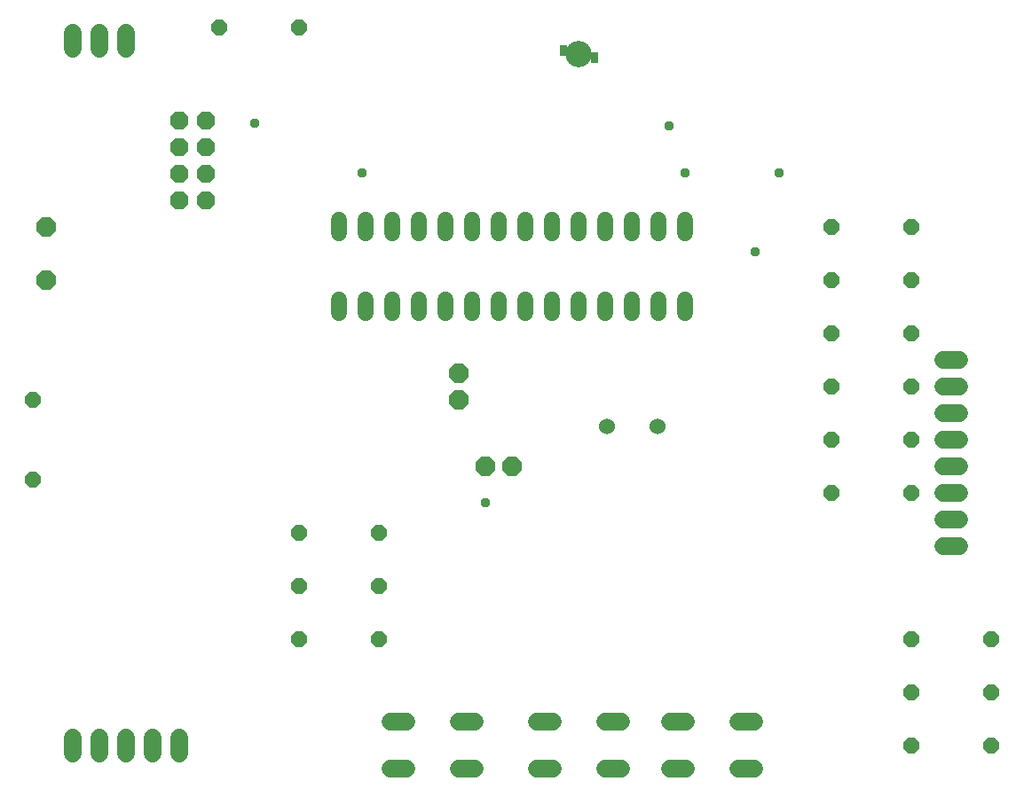
<source format=gbr>
G04 EAGLE Gerber RS-274X export*
G75*
%MOMM*%
%FSLAX34Y34*%
%LPD*%
%INSoldermask Bottom*%
%IPPOS*%
%AMOC8*
5,1,8,0,0,1.08239X$1,22.5*%
G01*
%ADD10C,1.524000*%
%ADD11P,1.649562X8X292.500000*%
%ADD12C,1.524000*%
%ADD13P,1.951982X8X292.500000*%
%ADD14P,1.951982X8X22.500000*%
%ADD15P,1.869504X8X112.500000*%
%ADD16C,1.727200*%
%ADD17R,0.675000X1.100000*%
%ADD18C,2.503200*%
%ADD19P,1.649562X8X22.500000*%
%ADD20C,0.959600*%


D10*
X342900Y475996D02*
X342900Y489204D01*
X368300Y489204D02*
X368300Y475996D01*
X393700Y475996D02*
X393700Y489204D01*
X419100Y489204D02*
X419100Y475996D01*
X444500Y475996D02*
X444500Y489204D01*
X469900Y489204D02*
X469900Y475996D01*
X495300Y475996D02*
X495300Y489204D01*
X520700Y489204D02*
X520700Y475996D01*
X546100Y475996D02*
X546100Y489204D01*
X571500Y489204D02*
X571500Y475996D01*
X596900Y475996D02*
X596900Y489204D01*
X622300Y489204D02*
X622300Y475996D01*
X647700Y475996D02*
X647700Y489204D01*
X673100Y489204D02*
X673100Y475996D01*
X673100Y552196D02*
X673100Y565404D01*
X647700Y565404D02*
X647700Y552196D01*
X622300Y552196D02*
X622300Y565404D01*
X596900Y565404D02*
X596900Y552196D01*
X571500Y552196D02*
X571500Y565404D01*
X546100Y565404D02*
X546100Y552196D01*
X520700Y552196D02*
X520700Y565404D01*
X495300Y565404D02*
X495300Y552196D01*
X469900Y552196D02*
X469900Y565404D01*
X444500Y565404D02*
X444500Y552196D01*
X419100Y552196D02*
X419100Y565404D01*
X393700Y565404D02*
X393700Y552196D01*
X368300Y552196D02*
X368300Y565404D01*
X342900Y565404D02*
X342900Y552196D01*
D11*
X50800Y393700D03*
X50800Y317500D03*
D12*
X598170Y368300D03*
X646430Y368300D03*
D13*
X457200Y419100D03*
X457200Y393700D03*
D14*
X482600Y330200D03*
X508000Y330200D03*
D13*
X63500Y558800D03*
X63500Y508000D03*
D15*
X190500Y584200D03*
X190500Y609600D03*
X190500Y635000D03*
X190500Y660400D03*
X215900Y584200D03*
X215900Y609600D03*
X215900Y635000D03*
X215900Y660400D03*
D16*
X919480Y254000D02*
X934720Y254000D01*
X934720Y279400D02*
X919480Y279400D01*
X919480Y304800D02*
X934720Y304800D01*
X934720Y330200D02*
X919480Y330200D01*
X919480Y355600D02*
X934720Y355600D01*
X934720Y381000D02*
X919480Y381000D01*
X919480Y406400D02*
X934720Y406400D01*
X934720Y431800D02*
X919480Y431800D01*
D17*
X586375Y720400D03*
X556625Y727400D03*
D18*
X571500Y723900D03*
D19*
X228600Y749300D03*
X304800Y749300D03*
X812800Y558800D03*
X889000Y558800D03*
X812800Y508000D03*
X889000Y508000D03*
X812800Y457200D03*
X889000Y457200D03*
X812800Y406400D03*
X889000Y406400D03*
X812800Y355600D03*
X889000Y355600D03*
X812800Y304800D03*
X889000Y304800D03*
D16*
X88900Y728980D02*
X88900Y744220D01*
X114300Y744220D02*
X114300Y728980D01*
X139700Y728980D02*
X139700Y744220D01*
X88900Y71120D02*
X88900Y55880D01*
X114300Y55880D02*
X114300Y71120D01*
X139700Y71120D02*
X139700Y55880D01*
X165100Y55880D02*
X165100Y71120D01*
X190500Y71120D02*
X190500Y55880D01*
D19*
X304800Y266700D03*
X381000Y266700D03*
X304800Y215900D03*
X381000Y215900D03*
X304800Y165100D03*
X381000Y165100D03*
D16*
X391668Y86106D02*
X406908Y86106D01*
X406908Y40894D02*
X391668Y40894D01*
X456692Y86106D02*
X471932Y86106D01*
X471932Y40894D02*
X456692Y40894D01*
X531368Y86106D02*
X546608Y86106D01*
X546608Y40894D02*
X531368Y40894D01*
X596392Y86106D02*
X611632Y86106D01*
X611632Y40894D02*
X596392Y40894D01*
X658368Y86106D02*
X673608Y86106D01*
X673608Y40894D02*
X658368Y40894D01*
X723392Y86106D02*
X738632Y86106D01*
X738632Y40894D02*
X723392Y40894D01*
D19*
X889000Y165100D03*
X965200Y165100D03*
X889000Y114300D03*
X965200Y114300D03*
X889000Y63500D03*
X965200Y63500D03*
D20*
X365000Y610000D03*
X262500Y657500D03*
X482500Y295000D03*
X657500Y655000D03*
X740000Y535000D03*
X762500Y610000D03*
X672500Y610000D03*
M02*

</source>
